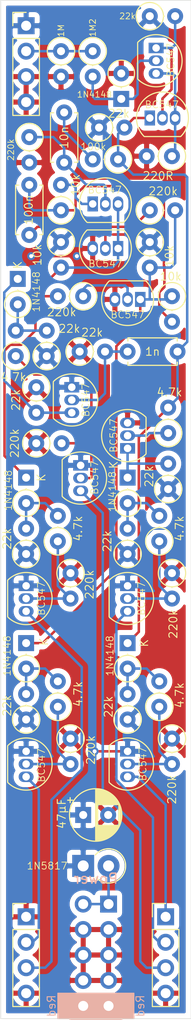
<source format=kicad_pcb>
(kicad_pcb (version 20171130) (host pcbnew "(5.1.10)-1")
  (layers (0 F.Cu signal) (31 B.Cu signal) (34 B.Paste user) (35 F.Paste user) (36 B.SilkS user) (37 F.SilkS user) (38 B.Mask user) (39 F.Mask user) (44 Edge.Cuts user))
  (net 0 "")
  (net 1 +12V)
  (net 2 "Net-(C2-Pad1)")
  (net 3 "Net-(C3-Pad2)")
  (net 4 "Net-(C3-Pad1)")
  (net 5 "Net-(C4-Pad2)")
  (net 6 "Net-(C4-Pad1)")
  (net 7 GND)
  (net 8 "Net-(D1-Pad2)")
  (net 9 Q)
  (net 10 "Net-(D2-Pad2)")
  (net 11 "Net-(D2-Pad1)")
  (net 12 "Net-(D5-Pad2)")
  (net 13 Qquer)
  (net 14 +12VA)
  (net 15 "Net-(D8-Pad2)")
  (net 16 "Net-(D9-Pad2)")
  (net 17 "Net-(D9-Pad1)")
  (net 18 -12VA)
  (net 19 "Net-(Q2-Pad1)")
  (net 20 "Net-(Q3-Pad2)")
  (net 21 "Net-(Q4-Pad2)")
  (net 22 "Net-(Q6-Pad2)")
  (net 23 "Net-(Q7-Pad2)")
  (net 24 "Net-(Q8-Pad2)")
  (net 25 "Net-(Q9-Pad2)")
  (net 26 "Net-(Q10-Pad2)")
  (net 27 "Net-(D12-Pad1)")
  (net 28 "Net-(Q11-Pad1)")
  (net 29 "Net-(Q11-Pad3)")
  (net 30 Ping)
  (net 31 Q_Pin)
  (net 32 Trigger_Pin)
  (net 33 Qq_Pin)
  (net 34 Gate_Pin)
  (net 35 Gateq_Pin)
  (net 36 In_Pin)
  (module Diode_THT:D_DO-35_SOD27_P2.54mm_Vertical_KathodeUp (layer F.Cu) (at 12.065 9.8425 90)
    (fp_text reference D12 hide)
    (fp_text value 1N4148 (at 0.4445 -0.889 180) (layer F.SilkS) (effects (font (size 0.6 0.6) (thickness 0.08)) (justify right)))
    (pad 2 thru_hole oval (at 2.54 0 90) (size 1.6 1.6) (drill 0.8) (layers *.Cu *.Mask) (net 7 GND))
    (pad 1 thru_hole rect (at 0 0 90) (size 1.6 1.6) (drill 0.8) (layers *.Cu *.Mask) (net 27 "Net-(D12-Pad1)"))
  )
  (module Diode_THT:D_DO-35_SOD27_P2.54mm_Vertical_KathodeUp (layer F.Cu) (at 12.7 47.625 270)
    (fp_text reference D9 hide)
    (fp_text value 1N4148 (at 1.397 1.524 90) (layer F.SilkS) (effects (font (size 0.7 0.7) (thickness 0.08))))
    (fp_text user K (at -1.27 1.397 90) (layer F.SilkS) (effects (font (size 0.8 0.8) (thickness 0.1))))
    (pad 2 thru_hole oval (at 2.54 0 270) (size 1.6 1.6) (drill 0.8) (layers *.Cu *.Mask) (net 16 "Net-(D9-Pad2)"))
    (pad 1 thru_hole rect (at 0 0 270) (size 1.6 1.6) (drill 0.8) (layers *.Cu *.Mask) (net 17 "Net-(D9-Pad1)"))
  )
  (module Diode_THT:D_DO-35_SOD27_P2.54mm_Vertical_KathodeUp (layer F.Cu) (at 12.7 64.135 270)
    (fp_text reference D8 hide)
    (fp_text value 1N4148 (at 1.27 1.778 90) (layer F.SilkS) (effects (font (size 0.7 0.7) (thickness 0.08))))
    (fp_text user K (at 0 -1.651 90) (layer F.SilkS) (effects (font (size 0.8 0.8) (thickness 0.1))))
    (pad 2 thru_hole oval (at 2.54 0 270) (size 1.6 1.6) (drill 0.8) (layers *.Cu *.Mask) (net 15 "Net-(D8-Pad2)"))
    (pad 1 thru_hole rect (at 0 0 270) (size 1.6 1.6) (drill 0.8) (layers *.Cu *.Mask) (net 30 Ping))
  )
  (module Diode_THT:D_DO-35_SOD27_P2.54mm_Vertical_KathodeUp (layer F.Cu) (at 2.54 47.625 270)
    (fp_text reference D5 hide)
    (fp_text value 1N4148 (at 1.27 1.778 90) (layer F.SilkS) (effects (font (size 0.7 0.7) (thickness 0.08))))
    (fp_text user K (at 0 -1.524 90) (layer F.SilkS) (effects (font (size 0.8 0.8) (thickness 0.1))))
    (pad 2 thru_hole oval (at 2.54 0 270) (size 1.6 1.6) (drill 0.8) (layers *.Cu *.Mask) (net 12 "Net-(D5-Pad2)"))
    (pad 1 thru_hole rect (at 0 0 270) (size 1.6 1.6) (drill 0.8) (layers *.Cu *.Mask) (net 13 Qquer))
  )
  (module Diode_THT:D_DO-35_SOD27_P2.54mm_Vertical_KathodeUp (layer F.Cu) (at 1.7 27.8 270)
    (fp_text reference D2 hide)
    (fp_text value 1N4148 (at 1.283 -1.856 90) (layer F.SilkS) (effects (font (size 0.7 0.7) (thickness 0.08))))
    (fp_text user K (at -1.384 0 90) (layer F.SilkS) (effects (font (size 0.8 0.8) (thickness 0.1))))
    (pad 2 thru_hole oval (at 2.54 0 270) (size 1.6 1.6) (drill 0.8) (layers *.Cu *.Mask) (net 10 "Net-(D2-Pad2)"))
    (pad 1 thru_hole rect (at 0 0 270) (size 1.6 1.6) (drill 0.8) (layers *.Cu *.Mask) (net 11 "Net-(D2-Pad1)"))
  )
  (module Diode_THT:D_DO-35_SOD27_P2.54mm_Vertical_KathodeUp (layer F.Cu) (at 2.54 64.135 270)
    (fp_text reference D1 hide)
    (fp_text value 1N4148 (at 1.27 1.905 90) (layer F.SilkS) (effects (font (size 0.7 0.7) (thickness 0.08))))
    (fp_text user K (at -0.127 -1.778 90) (layer F.SilkS) (effects (font (size 0.8 0.8) (thickness 0.1))))
    (pad 2 thru_hole oval (at 2.54 0 270) (size 1.6 1.6) (drill 0.8) (layers *.Cu *.Mask) (net 8 "Net-(D1-Pad2)"))
    (pad 1 thru_hole rect (at 0 0 270) (size 1.6 1.6) (drill 0.8) (layers *.Cu *.Mask) (net 9 Q))
  )
  (module Diode_THT:D_DO-41_SOD81_P2.54mm_Vertical_KathodeUp (layer F.Cu) (at 8.255 86.36)
    (fp_text reference D7 hide)
    (fp_text value 1N5817 (at -1.524 0) (layer F.SilkS) (effects (font (size 0.7 0.7) (thickness 0.08)) (justify right)))
    (pad 2 thru_hole oval (at 2.54 0) (size 2.2 2.2) (drill 1.1) (layers *.Cu *.Mask) (net 14 +12VA))
    (pad 1 thru_hole rect (at 0 0) (size 2.2 2.2) (drill 1.1) (layers *.Cu *.Mask) (net 1 +12V))
  )
  (module Resistor_THT:R_Axial_DIN0207_L6.3mm_D2.5mm_P2.54mm_Vertical (layer F.Cu) (at 9.8425 12.7)
    (fp_text reference R43 hide)
    (fp_text value 22k (at 1.9685 -1.397) (layer F.SilkS) (effects (font (size 0.8 0.8) (thickness 0.1))))
    (pad 2 thru_hole oval (at 2.54 0) (size 1.6 1.6) (drill 0.8) (layers *.Cu *.Mask) (net 30 Ping))
    (pad 1 thru_hole circle (at 0 0) (size 1.6 1.6) (drill 0.8) (layers *.Cu *.Mask) (net 1 +12V))
  )
  (module Resistor_THT:R_Axial_DIN0207_L6.3mm_D2.5mm_P2.54mm_Vertical (layer F.Cu) (at 17.145 15.5575 180)
    (fp_text reference R42 hide)
    (fp_text value 220R (at 1.397 -1.9685) (layer F.SilkS) (effects (font (size 0.8 0.8) (thickness 0.1))))
    (pad 2 thru_hole oval (at 2.54 0 180) (size 1.6 1.6) (drill 0.8) (layers *.Cu *.Mask) (net 7 GND))
    (pad 1 thru_hole circle (at 0 0 180) (size 1.6 1.6) (drill 0.8) (layers *.Cu *.Mask) (net 29 "Net-(Q11-Pad3)"))
  )
  (module Resistor_THT:R_Axial_DIN0207_L6.3mm_D2.5mm_P2.54mm_Vertical (layer F.Cu) (at 14.9225 1.5875)
    (fp_text reference R41 hide)
    (fp_text value 22k (at -1.37 0) (layer F.SilkS) (effects (font (size 0.6 0.6) (thickness 0.08)) (justify right)))
    (pad 2 thru_hole oval (at 2.54 0) (size 1.6 1.6) (drill 0.8) (layers *.Cu *.Mask) (net 28 "Net-(Q11-Pad1)"))
    (pad 1 thru_hole circle (at 0 0) (size 1.6 1.6) (drill 0.8) (layers *.Cu *.Mask) (net 1 +12V))
  )
  (module Resistor_THT:R_Axial_DIN0207_L6.3mm_D2.5mm_P2.54mm_Vertical (layer F.Cu) (at 9.2075 5.08 270)
    (fp_text reference R40 hide)
    (fp_text value 1M2 (at -1.37 0 90) (layer F.SilkS) (effects (font (size 0.6 0.6) (thickness 0.08)) (justify left)))
    (pad 2 thru_hole oval (at 2.54 0 270) (size 1.6 1.6) (drill 0.8) (layers *.Cu *.Mask) (net 27 "Net-(D12-Pad1)"))
    (pad 1 thru_hole circle (at 0 0 270) (size 1.6 1.6) (drill 0.8) (layers *.Cu *.Mask) (net 36 In_Pin))
  )
  (module Resistor_THT:R_Axial_DIN0207_L6.3mm_D2.5mm_P2.54mm_Vertical (layer F.Cu) (at 6.0325 5.08 270)
    (fp_text reference R39 hide)
    (fp_text value 1M (at -1.37 0 90) (layer F.SilkS) (effects (font (size 0.6 0.6) (thickness 0.08)) (justify left)))
    (pad 2 thru_hole oval (at 2.54 0 270) (size 1.6 1.6) (drill 0.8) (layers *.Cu *.Mask) (net 7 GND))
    (pad 1 thru_hole circle (at 0 0 270) (size 1.6 1.6) (drill 0.8) (layers *.Cu *.Mask) (net 36 In_Pin))
  )
  (module Resistor_THT:R_Axial_DIN0207_L6.3mm_D2.5mm_P2.54mm_Vertical (layer F.Cu) (at 17.145 57.15 270)
    (fp_text reference R36 hide)
    (fp_text value 220k (at 5.08 -0.127 90) (layer F.SilkS) (effects (font (size 0.8 0.8) (thickness 0.1))))
    (pad 2 thru_hole oval (at 2.54 0 270) (size 1.6 1.6) (drill 0.8) (layers *.Cu *.Mask) (net 26 "Net-(Q10-Pad2)"))
    (pad 1 thru_hole circle (at 0 0 270) (size 1.6 1.6) (drill 0.8) (layers *.Cu *.Mask) (net 7 GND))
  )
  (module Resistor_THT:R_Axial_DIN0207_L6.3mm_D2.5mm_P2.54mm_Vertical (layer F.Cu) (at 15.875 53.975 90)
    (fp_text reference R35 hide)
    (fp_text value 4.7k (at 1.27 2.032 90) (layer F.SilkS) (effects (font (size 0.8 0.8) (thickness 0.1))))
    (pad 2 thru_hole oval (at 2.54 0 90) (size 1.6 1.6) (drill 0.8) (layers *.Cu *.Mask) (net 16 "Net-(D9-Pad2)"))
    (pad 1 thru_hole circle (at 0 0 90) (size 1.6 1.6) (drill 0.8) (layers *.Cu *.Mask) (net 26 "Net-(Q10-Pad2)"))
  )
  (module Resistor_THT:R_Axial_DIN0207_L6.3mm_D2.5mm_P2.54mm_Vertical (layer F.Cu) (at 12.7 55.245 90)
    (fp_text reference R33 hide)
    (fp_text value 22k (at 1.27 -2.032 90) (layer F.SilkS) (effects (font (size 0.8 0.8) (thickness 0.1))))
    (pad 2 thru_hole oval (at 2.54 0 90) (size 1.6 1.6) (drill 0.8) (layers *.Cu *.Mask) (net 16 "Net-(D9-Pad2)"))
    (pad 1 thru_hole circle (at 0 0 90) (size 1.6 1.6) (drill 0.8) (layers *.Cu *.Mask) (net 1 +12V))
  )
  (module Resistor_THT:R_Axial_DIN0207_L6.3mm_D2.5mm_P2.54mm_Vertical (layer F.Cu) (at 16.764 48.768 90)
    (fp_text reference R31 hide)
    (fp_text value 22k (at 1.27 -1.905 90) (layer F.SilkS) (effects (font (size 0.8 0.8) (thickness 0.1))))
    (pad 2 thru_hole oval (at 2.54 0 90) (size 1.6 1.6) (drill 0.8) (layers *.Cu *.Mask) (net 17 "Net-(D9-Pad1)"))
    (pad 1 thru_hole circle (at 0 0 90) (size 1.6 1.6) (drill 0.8) (layers *.Cu *.Mask) (net 1 +12V))
  )
  (module Resistor_THT:R_Axial_DIN0207_L6.3mm_D2.5mm_P2.54mm_Vertical (layer F.Cu) (at 17.145 73.66 270)
    (fp_text reference R30 hide)
    (fp_text value 220k (at 3.556 0 90) (layer F.SilkS) (effects (font (size 0.8 0.8) (thickness 0.1)) (justify right)))
    (pad 2 thru_hole oval (at 2.54 0 270) (size 1.6 1.6) (drill 0.8) (layers *.Cu *.Mask) (net 25 "Net-(Q9-Pad2)"))
    (pad 1 thru_hole circle (at 0 0 270) (size 1.6 1.6) (drill 0.8) (layers *.Cu *.Mask) (net 7 GND))
  )
  (module Resistor_THT:R_Axial_DIN0207_L6.3mm_D2.5mm_P2.54mm_Vertical (layer F.Cu) (at 15.875 70.485 90)
    (fp_text reference R29 hide)
    (fp_text value 4.7k (at 1.143 2.032 90) (layer F.SilkS) (effects (font (size 0.8 0.8) (thickness 0.1))))
    (pad 2 thru_hole oval (at 2.54 0 90) (size 1.6 1.6) (drill 0.8) (layers *.Cu *.Mask) (net 15 "Net-(D8-Pad2)"))
    (pad 1 thru_hole circle (at 0 0 90) (size 1.6 1.6) (drill 0.8) (layers *.Cu *.Mask) (net 25 "Net-(Q9-Pad2)"))
  )
  (module Resistor_THT:R_Axial_DIN0207_L6.3mm_D2.5mm_P2.54mm_Vertical (layer F.Cu) (at 16.764 43.18 90)
    (fp_text reference R28 hide)
    (fp_text value 4.7k (at 4.064 0.127 180) (layer F.SilkS) (effects (font (size 0.8 0.8) (thickness 0.1))))
    (pad 2 thru_hole oval (at 2.54 0 90) (size 1.6 1.6) (drill 0.8) (layers *.Cu *.Mask) (net 30 Ping))
    (pad 1 thru_hole circle (at 0 0 90) (size 1.6 1.6) (drill 0.8) (layers *.Cu *.Mask) (net 24 "Net-(Q8-Pad2)"))
  )
  (module Resistor_THT:R_Axial_DIN0207_L6.3mm_D2.5mm_P2.54mm_Vertical (layer F.Cu) (at 12.7 71.755 90)
    (fp_text reference R27 hide)
    (fp_text value 22k (at 1.27 -1.905 90) (layer F.SilkS) (effects (font (size 0.8 0.8) (thickness 0.1))))
    (pad 2 thru_hole oval (at 2.54 0 90) (size 1.6 1.6) (drill 0.8) (layers *.Cu *.Mask) (net 15 "Net-(D8-Pad2)"))
    (pad 1 thru_hole circle (at 0 0 90) (size 1.6 1.6) (drill 0.8) (layers *.Cu *.Mask) (net 1 +12V))
  )
  (module Resistor_THT:R_Axial_DIN0207_L6.3mm_D2.5mm_P2.54mm_Vertical (layer F.Cu) (at 17.145 29.5275 270)
    (fp_text reference R25 hide)
    (fp_text value 10k (at -1.9685 0.127 180) (layer F.SilkS) (effects (font (size 0.8 0.8) (thickness 0.1))))
    (pad 2 thru_hole oval (at 2.54 0 270) (size 1.6 1.6) (drill 0.8) (layers *.Cu *.Mask) (net 6 "Net-(C4-Pad1)"))
    (pad 1 thru_hole circle (at 0 0 270) (size 1.6 1.6) (drill 0.8) (layers *.Cu *.Mask) (net 9 Q))
  )
  (module Resistor_THT:R_Axial_DIN0207_L6.3mm_D2.5mm_P2.54mm_Vertical (layer F.Cu) (at 14.9225 24.13 270)
    (fp_text reference R23 hide)
    (fp_text value 10k (at 1.397 -1.9685 90) (layer F.SilkS) (effects (font (size 0.8 0.8) (thickness 0.1))))
    (pad 2 thru_hole oval (at 2.54 0 270) (size 1.6 1.6) (drill 0.8) (layers *.Cu *.Mask) (net 9 Q))
    (pad 1 thru_hole circle (at 0 0 270) (size 1.6 1.6) (drill 0.8) (layers *.Cu *.Mask) (net 1 +12V))
  )
  (module Resistor_THT:R_Axial_DIN0207_L6.3mm_D2.5mm_P2.54mm_Vertical (layer F.Cu) (at 6.985 57.15 270)
    (fp_text reference R22 hide)
    (fp_text value 220k (at 1.143 -1.905 90) (layer F.SilkS) (effects (font (size 0.8 0.8) (thickness 0.1))))
    (pad 2 thru_hole oval (at 2.54 0 270) (size 1.6 1.6) (drill 0.8) (layers *.Cu *.Mask) (net 23 "Net-(Q7-Pad2)"))
    (pad 1 thru_hole circle (at 0 0 270) (size 1.6 1.6) (drill 0.8) (layers *.Cu *.Mask) (net 7 GND))
  )
  (module Resistor_THT:R_Axial_DIN0207_L6.3mm_D2.5mm_P2.54mm_Vertical (layer F.Cu) (at 5.715 53.975 90)
    (fp_text reference R21 hide)
    (fp_text value 4.7k (at 1.27 2.032 90) (layer F.SilkS) (effects (font (size 0.8 0.8) (thickness 0.1))))
    (pad 2 thru_hole oval (at 2.54 0 90) (size 1.6 1.6) (drill 0.8) (layers *.Cu *.Mask) (net 12 "Net-(D5-Pad2)"))
    (pad 1 thru_hole circle (at 0 0 90) (size 1.6 1.6) (drill 0.8) (layers *.Cu *.Mask) (net 23 "Net-(Q7-Pad2)"))
  )
  (module Resistor_THT:R_Axial_DIN0207_L6.3mm_D2.5mm_P2.54mm_Vertical (layer F.Cu) (at 14.9225 20.955)
    (fp_text reference R20 hide)
    (fp_text value 220k (at 1.3335 -1.905) (layer F.SilkS) (effects (font (size 0.8 0.8) (thickness 0.1))))
    (pad 2 thru_hole oval (at 2.54 0) (size 1.6 1.6) (drill 0.8) (layers *.Cu *.Mask) (net 9 Q))
    (pad 1 thru_hole circle (at 0 0) (size 1.6 1.6) (drill 0.8) (layers *.Cu *.Mask) (net 5 "Net-(C4-Pad2)"))
  )
  (module Resistor_THT:R_Axial_DIN0207_L6.3mm_D2.5mm_P2.54mm_Vertical (layer F.Cu) (at 2.54 55.245 90)
    (fp_text reference R19 hide)
    (fp_text value 22k (at 1.524 -1.905 90) (layer F.SilkS) (effects (font (size 0.8 0.8) (thickness 0.1))))
    (pad 2 thru_hole oval (at 2.54 0 90) (size 1.6 1.6) (drill 0.8) (layers *.Cu *.Mask) (net 12 "Net-(D5-Pad2)"))
    (pad 1 thru_hole circle (at 0 0 90) (size 1.6 1.6) (drill 0.8) (layers *.Cu *.Mask) (net 1 +12V))
  )
  (module Resistor_THT:R_Axial_DIN0207_L6.3mm_D2.5mm_P2.54mm_Vertical (layer F.Cu) (at 6.0325 20.955 90)
    (fp_text reference R18 hide)
    (fp_text value 10k (at 2.54 1.4605 90) (layer F.SilkS) (effects (font (size 0.8 0.8) (thickness 0.1))))
    (pad 2 thru_hole oval (at 2.54 0 90) (size 1.6 1.6) (drill 0.8) (layers *.Cu *.Mask) (net 19 "Net-(Q2-Pad1)"))
    (pad 1 thru_hole circle (at 0 0 90) (size 1.6 1.6) (drill 0.8) (layers *.Cu *.Mask) (net 6 "Net-(C4-Pad1)"))
  )
  (module Resistor_THT:R_Axial_DIN0207_L6.3mm_D2.5mm_P2.54mm_Vertical (layer F.Cu) (at 8.255 29.5275 180)
    (fp_text reference R17 hide)
    (fp_text value 220k (at 2.159 -1.5875) (layer F.SilkS) (effects (font (size 0.8 0.8) (thickness 0.1))))
    (pad 2 thru_hole oval (at 2.54 0 180) (size 1.6 1.6) (drill 0.8) (layers *.Cu *.Mask) (net 13 Qquer))
    (pad 1 thru_hole circle (at 0 0 180) (size 1.6 1.6) (drill 0.8) (layers *.Cu *.Mask) (net 22 "Net-(Q6-Pad2)"))
  )
  (module Resistor_THT:R_Axial_DIN0207_L6.3mm_D2.5mm_P2.54mm_Vertical (layer F.Cu) (at 6.0325 24.13 270)
    (fp_text reference R16 hide)
    (fp_text value 10k (at 1.27 2.37 90) (layer F.SilkS) (effects (font (size 0.8 0.8) (thickness 0.1))))
    (pad 2 thru_hole oval (at 2.54 0 270) (size 1.6 1.6) (drill 0.8) (layers *.Cu *.Mask) (net 13 Qquer))
    (pad 1 thru_hole circle (at 0 0 270) (size 1.6 1.6) (drill 0.8) (layers *.Cu *.Mask) (net 1 +12V))
  )
  (module Resistor_THT:R_Axial_DIN0207_L6.3mm_D2.5mm_P2.54mm_Vertical (layer F.Cu) (at 3.556 44.196)
    (fp_text reference R11 hide)
    (fp_text value 220k (at -2.159 0 90) (layer F.SilkS) (effects (font (size 0.8 0.8) (thickness 0.1))))
    (pad 2 thru_hole oval (at 2.54 0) (size 1.6 1.6) (drill 0.8) (layers *.Cu *.Mask) (net 21 "Net-(Q4-Pad2)"))
    (pad 1 thru_hole circle (at 0 0) (size 1.6 1.6) (drill 0.8) (layers *.Cu *.Mask) (net 7 GND))
  )
  (module Resistor_THT:R_Axial_DIN0207_L6.3mm_D2.5mm_P2.54mm_Vertical (layer F.Cu) (at 1.5 35.5 90)
    (fp_text reference R10 hide)
    (fp_text value 4.7k (at -2.092 -0.23 180) (layer F.SilkS) (effects (font (size 0.8 0.8) (thickness 0.1))))
    (pad 2 thru_hole oval (at 2.54 0 90) (size 1.6 1.6) (drill 0.8) (layers *.Cu *.Mask) (net 10 "Net-(D2-Pad2)"))
    (pad 1 thru_hole circle (at 0 0 90) (size 1.6 1.6) (drill 0.8) (layers *.Cu *.Mask) (net 21 "Net-(Q4-Pad2)"))
  )
  (module Resistor_THT:R_Axial_DIN0207_L6.3mm_D2.5mm_P2.54mm_Vertical (layer F.Cu) (at 6.985 73.66 270)
    (fp_text reference R9 hide)
    (fp_text value 220k (at 1.143 -2.032 90) (layer F.SilkS) (effects (font (size 0.8 0.8) (thickness 0.1))))
    (pad 2 thru_hole oval (at 2.54 0 270) (size 1.6 1.6) (drill 0.8) (layers *.Cu *.Mask) (net 20 "Net-(Q3-Pad2)"))
    (pad 1 thru_hole circle (at 0 0 270) (size 1.6 1.6) (drill 0.8) (layers *.Cu *.Mask) (net 7 GND))
  )
  (module Resistor_THT:R_Axial_DIN0207_L6.3mm_D2.5mm_P2.54mm_Vertical (layer F.Cu) (at 2.8575 13.6525 270)
    (fp_text reference R8 hide)
    (fp_text value 220k (at 1.27 1.8415 90) (layer F.SilkS) (effects (font (size 0.6 0.6) (thickness 0.08))))
    (pad 2 thru_hole oval (at 2.54 0 270) (size 1.6 1.6) (drill 0.8) (layers *.Cu *.Mask) (net 7 GND))
    (pad 1 thru_hole circle (at 0 0 270) (size 1.6 1.6) (drill 0.8) (layers *.Cu *.Mask) (net 4 "Net-(C3-Pad1)"))
  )
  (module Resistor_THT:R_Axial_DIN0207_L6.3mm_D2.5mm_P2.54mm_Vertical (layer F.Cu) (at 4.6 35.5 90)
    (fp_text reference R7 hide)
    (fp_text value 22k (at 2.734 1.115 180) (layer F.SilkS) (effects (font (size 0.8 0.8) (thickness 0.1)) (justify left)))
    (pad 2 thru_hole oval (at 2.54 0 90) (size 1.6 1.6) (drill 0.8) (layers *.Cu *.Mask) (net 10 "Net-(D2-Pad2)"))
    (pad 1 thru_hole circle (at 0 0 90) (size 1.6 1.6) (drill 0.8) (layers *.Cu *.Mask) (net 1 +12V))
  )
  (module Resistor_THT:R_Axial_DIN0207_L6.3mm_D2.5mm_P2.54mm_Vertical (layer F.Cu) (at 5.715 70.485 90)
    (fp_text reference R6 hide)
    (fp_text value 4.7k (at 1.27 2.032 90) (layer F.SilkS) (effects (font (size 0.8 0.8) (thickness 0.1))))
    (pad 2 thru_hole oval (at 2.54 0 90) (size 1.6 1.6) (drill 0.8) (layers *.Cu *.Mask) (net 8 "Net-(D1-Pad2)"))
    (pad 1 thru_hole circle (at 0 0 90) (size 1.6 1.6) (drill 0.8) (layers *.Cu *.Mask) (net 20 "Net-(Q3-Pad2)"))
  )
  (module Resistor_THT:R_Axial_DIN0207_L6.3mm_D2.5mm_P2.54mm_Vertical (layer F.Cu) (at 2.54 71.755 90)
    (fp_text reference R5 hide)
    (fp_text value 22k (at 1.397 -1.905 90) (layer F.SilkS) (effects (font (size 0.8 0.8) (thickness 0.1))))
    (pad 2 thru_hole oval (at 2.54 0 90) (size 1.6 1.6) (drill 0.8) (layers *.Cu *.Mask) (net 8 "Net-(D1-Pad2)"))
    (pad 1 thru_hole circle (at 0 0 90) (size 1.6 1.6) (drill 0.8) (layers *.Cu *.Mask) (net 1 +12V))
  )
  (module Resistor_THT:R_Axial_DIN0207_L6.3mm_D2.5mm_P2.54mm_Vertical (layer F.Cu) (at 3.556 38.608 270)
    (fp_text reference R4 hide)
    (fp_text value 22k (at 1.27 2.032 90) (layer F.SilkS) (effects (font (size 0.8 0.8) (thickness 0.1))))
    (pad 2 thru_hole oval (at 2.54 0 270) (size 1.6 1.6) (drill 0.8) (layers *.Cu *.Mask) (net 11 "Net-(D2-Pad1)"))
    (pad 1 thru_hole circle (at 0 0 270) (size 1.6 1.6) (drill 0.8) (layers *.Cu *.Mask) (net 7 GND))
  )
  (module Resistor_THT:R_Axial_DIN0207_L6.3mm_D2.5mm_P2.54mm_Vertical (layer F.Cu) (at 11.7475 15.875 180)
    (fp_text reference R3 hide)
    (fp_text value 100k (at 2.4765 1.27) (layer F.SilkS) (effects (font (size 0.7 0.7) (thickness 0.08))))
    (pad 2 thru_hole oval (at 2.54 0 180) (size 1.6 1.6) (drill 0.8) (layers *.Cu *.Mask) (net 3 "Net-(C3-Pad2)"))
    (pad 1 thru_hole circle (at 0 0 180) (size 1.6 1.6) (drill 0.8) (layers *.Cu *.Mask) (net 30 Ping))
  )
  (module Resistor_THT:R_Axial_DIN0207_L6.3mm_D2.5mm_P2.54mm_Vertical (layer F.Cu) (at 7.9 35.052)
    (fp_text reference R2 hide)
    (fp_text value 22k (at 1.244 -1.905) (layer F.SilkS) (effects (font (size 0.8 0.8) (thickness 0.1))))
    (pad 2 thru_hole oval (at 2.54 0) (size 1.6 1.6) (drill 0.8) (layers *.Cu *.Mask) (net 2 "Net-(C2-Pad1)"))
    (pad 1 thru_hole circle (at 0 0) (size 1.6 1.6) (drill 0.8) (layers *.Cu *.Mask) (net 7 GND))
  )
  (module Connector_PinHeader_2.54mm:PinHeader_1x04_P2.54mm_Vertical (layer F.Cu) (at 16.51 91.44)
    (fp_text reference J10 hide)
    (fp_text value Gate hide)
    (pad 4 thru_hole oval (at 0 7.62) (size 1.7 1.7) (drill 1) (layers *.Cu *.Mask) (net 7 GND))
    (pad 3 thru_hole oval (at 0 5.08) (size 1.7 1.7) (drill 1) (layers *.Cu *.Mask) (net 32 Trigger_Pin))
    (pad 2 thru_hole oval (at 0 2.54) (size 1.7 1.7) (drill 1) (layers *.Cu *.Mask) (net 35 Gateq_Pin))
    (pad 1 thru_hole rect (at 0 0) (size 1.7 1.7) (drill 1) (layers *.Cu *.Mask) (net 34 Gate_Pin))
  )
  (module Connector_PinHeader_2.54mm:PinHeader_1x04_P2.54mm_Vertical (layer F.Cu) (at 2.54 91.44)
    (fp_text reference J9 hide)
    (fp_text value Q_Qq hide)
    (pad 4 thru_hole oval (at 0 7.62) (size 1.7 1.7) (drill 1) (layers *.Cu *.Mask) (net 7 GND))
    (pad 3 thru_hole oval (at 0 5.08) (size 1.7 1.7) (drill 1) (layers *.Cu *.Mask) (net 33 Qq_Pin))
    (pad 2 thru_hole oval (at 0 2.54) (size 1.7 1.7) (drill 1) (layers *.Cu *.Mask) (net 31 Q_Pin))
    (pad 1 thru_hole rect (at 0 0) (size 1.7 1.7) (drill 1) (layers *.Cu *.Mask) (net 7 GND))
  )
  (module Connector_PinHeader_2.54mm:PinHeader_1x04_P2.54mm_Vertical (layer F.Cu) (at 2.54 2.54)
    (fp_text reference J8 hide)
    (fp_text value In hide)
    (pad 4 thru_hole oval (at 0 7.62) (size 1.7 1.7) (drill 1) (layers *.Cu *.Mask) (net 7 GND))
    (pad 3 thru_hole oval (at 0 5.08) (size 1.7 1.7) (drill 1) (layers *.Cu *.Mask) (net 7 GND))
    (pad 2 thru_hole oval (at 0 2.54) (size 1.7 1.7) (drill 1) (layers *.Cu *.Mask) (net 36 In_Pin))
    (pad 1 thru_hole rect (at 0 0) (size 1.7 1.7) (drill 1) (layers *.Cu *.Mask) (net 1 +12V))
  )
  (module Package_TO_SOT_THT:TO-92_Inline (layer F.Cu) (at 14.9225 11.7475)
    (fp_text reference Q12 hide)
    (fp_text value BC547 (at 1.2065 -1.3335) (layer F.SilkS) (effects (font (size 0.7 0.7) (thickness 0.08))))
    (pad 1 thru_hole rect (at 0 0) (size 1.05 1.5) (drill 0.75) (layers *.Cu *.Mask) (net 30 Ping))
    (pad 3 thru_hole oval (at 2.54 0) (size 1.05 1.5) (drill 0.75) (layers *.Cu *.Mask) (net 29 "Net-(Q11-Pad3)"))
    (pad 2 thru_hole oval (at 1.27 0) (size 1.05 1.5) (drill 0.75) (layers *.Cu *.Mask) (net 28 "Net-(Q11-Pad1)"))
  )
  (module Package_TO_SOT_THT:TO-92_Inline (layer F.Cu) (at 15.5575 4.7625 270)
    (fp_text reference Q11 hide)
    (fp_text value BC547 (at 1.2065 -1.4605 270) (layer F.SilkS) (effects (font (size 0.7 0.7) (thickness 0.08))))
    (pad 1 thru_hole rect (at 0 0 270) (size 1.05 1.5) (drill 0.75) (layers *.Cu *.Mask) (net 28 "Net-(Q11-Pad1)"))
    (pad 3 thru_hole oval (at 2.54 0 270) (size 1.05 1.5) (drill 0.75) (layers *.Cu *.Mask) (net 29 "Net-(Q11-Pad3)"))
    (pad 2 thru_hole oval (at 1.27 0 270) (size 1.05 1.5) (drill 0.75) (layers *.Cu *.Mask) (net 27 "Net-(D12-Pad1)"))
  )
  (module Package_TO_SOT_THT:TO-92_Inline (layer F.Cu) (at 12.7 58.42 270)
    (fp_text reference Q10 hide)
    (fp_text value BC547 (at 1.27 -1.397 90) (layer F.SilkS) (effects (font (size 0.7 0.7) (thickness 0.08))))
    (pad 1 thru_hole rect (at 0 0 270) (size 1.05 1.5) (drill 0.75) (layers *.Cu *.Mask) (net 1 +12V))
    (pad 3 thru_hole oval (at 2.54 0 270) (size 1.05 1.5) (drill 0.75) (layers *.Cu *.Mask) (net 35 Gateq_Pin))
    (pad 2 thru_hole oval (at 1.27 0 270) (size 1.05 1.5) (drill 0.75) (layers *.Cu *.Mask) (net 26 "Net-(Q10-Pad2)"))
  )
  (module Package_TO_SOT_THT:TO-92_Inline (layer F.Cu) (at 12.7 74.93 270)
    (fp_text reference Q9 hide)
    (fp_text value BC547 (at 1.27 -1.524 90) (layer F.SilkS) (effects (font (size 0.7 0.7) (thickness 0.08))))
    (pad 1 thru_hole rect (at 0 0 270) (size 1.05 1.5) (drill 0.75) (layers *.Cu *.Mask) (net 1 +12V))
    (pad 3 thru_hole oval (at 2.54 0 270) (size 1.05 1.5) (drill 0.75) (layers *.Cu *.Mask) (net 34 Gate_Pin))
    (pad 2 thru_hole oval (at 1.27 0 270) (size 1.05 1.5) (drill 0.75) (layers *.Cu *.Mask) (net 25 "Net-(Q9-Pad2)"))
  )
  (module Package_TO_SOT_THT:TO-92_Inline (layer F.Cu) (at 12.7 44.704 90)
    (fp_text reference Q8 hide)
    (fp_text value BC547 (at 1.27 -1.397 270) (layer F.SilkS) (effects (font (size 0.7 0.7) (thickness 0.08))))
    (pad 1 thru_hole rect (at 0 0 90) (size 1.05 1.5) (drill 0.75) (layers *.Cu *.Mask) (net 17 "Net-(D9-Pad1)"))
    (pad 3 thru_hole oval (at 2.54 0 90) (size 1.05 1.5) (drill 0.75) (layers *.Cu *.Mask) (net 7 GND))
    (pad 2 thru_hole oval (at 1.27 0 90) (size 1.05 1.5) (drill 0.75) (layers *.Cu *.Mask) (net 24 "Net-(Q8-Pad2)"))
  )
  (module Package_TO_SOT_THT:TO-92_Inline (layer F.Cu) (at 2.54 58.42 270)
    (fp_text reference Q7 hide)
    (fp_text value BC547 (at 1.27 -1.524 90) (layer F.SilkS) (effects (font (size 0.7 0.7) (thickness 0.08))))
    (pad 1 thru_hole rect (at 0 0 270) (size 1.05 1.5) (drill 0.75) (layers *.Cu *.Mask) (net 1 +12V))
    (pad 3 thru_hole oval (at 2.54 0 270) (size 1.05 1.5) (drill 0.75) (layers *.Cu *.Mask) (net 33 Qq_Pin))
    (pad 2 thru_hole oval (at 1.27 0 270) (size 1.05 1.5) (drill 0.75) (layers *.Cu *.Mask) (net 23 "Net-(Q7-Pad2)"))
  )
  (module Package_TO_SOT_THT:TO-92_Inline (layer F.Cu) (at 13.97 29.845 180)
    (fp_text reference Q6 hide)
    (fp_text value BC547 (at 1.27 -1.524) (layer F.SilkS) (effects (font (size 0.7 0.7) (thickness 0.08))))
    (pad 1 thru_hole rect (at 0 0 180) (size 1.05 1.5) (drill 0.75) (layers *.Cu *.Mask) (net 9 Q))
    (pad 3 thru_hole oval (at 2.54 0 180) (size 1.05 1.5) (drill 0.75) (layers *.Cu *.Mask) (net 7 GND))
    (pad 2 thru_hole oval (at 1.27 0 180) (size 1.05 1.5) (drill 0.75) (layers *.Cu *.Mask) (net 22 "Net-(Q6-Pad2)"))
  )
  (module Package_TO_SOT_THT:TO-92_Inline (layer F.Cu) (at 11.7475 24.765 180)
    (fp_text reference Q5 hide)
    (fp_text value BC547 (at 1.27 -1.524) (layer F.SilkS) (effects (font (size 0.7 0.7) (thickness 0.08))))
    (pad 1 thru_hole rect (at 0 0 180) (size 1.05 1.5) (drill 0.75) (layers *.Cu *.Mask) (net 13 Qquer))
    (pad 3 thru_hole oval (at 2.54 0 180) (size 1.05 1.5) (drill 0.75) (layers *.Cu *.Mask) (net 7 GND))
    (pad 2 thru_hole oval (at 1.27 0 180) (size 1.05 1.5) (drill 0.75) (layers *.Cu *.Mask) (net 5 "Net-(C4-Pad2)"))
  )
  (module Package_TO_SOT_THT:TO-92_Inline (layer F.Cu) (at 8 46.4 270)
    (fp_text reference Q4 hide)
    (fp_text value BC547 (at 1.225 -1.398 90) (layer F.SilkS) (effects (font (size 0.7 0.7) (thickness 0.08))))
    (pad 1 thru_hole rect (at 0 0 270) (size 1.05 1.5) (drill 0.75) (layers *.Cu *.Mask) (net 1 +12V))
    (pad 3 thru_hole oval (at 2.54 0 270) (size 1.05 1.5) (drill 0.75) (layers *.Cu *.Mask) (net 32 Trigger_Pin))
    (pad 2 thru_hole oval (at 1.27 0 270) (size 1.05 1.5) (drill 0.75) (layers *.Cu *.Mask) (net 21 "Net-(Q4-Pad2)"))
  )
  (module Package_TO_SOT_THT:TO-92_Inline (layer F.Cu) (at 2.54 74.93 270)
    (fp_text reference Q3 hide)
    (fp_text value BC547 (at 1.397 -1.524 90) (layer F.SilkS) (effects (font (size 0.7 0.7) (thickness 0.08))))
    (pad 1 thru_hole rect (at 0 0 270) (size 1.05 1.5) (drill 0.75) (layers *.Cu *.Mask) (net 1 +12V))
    (pad 3 thru_hole oval (at 2.54 0 270) (size 1.05 1.5) (drill 0.75) (layers *.Cu *.Mask) (net 31 Q_Pin))
    (pad 2 thru_hole oval (at 1.27 0 270) (size 1.05 1.5) (drill 0.75) (layers *.Cu *.Mask) (net 20 "Net-(Q3-Pad2)"))
  )
  (module Package_TO_SOT_THT:TO-92_Inline (layer F.Cu) (at 9.2075 20.32)
    (fp_text reference Q2 hide)
    (fp_text value BC547 (at 1.2065 -1.397) (layer F.SilkS) (effects (font (size 0.7 0.7) (thickness 0.08))))
    (pad 1 thru_hole rect (at 0 0) (size 1.05 1.5) (drill 0.75) (layers *.Cu *.Mask) (net 19 "Net-(Q2-Pad1)"))
    (pad 3 thru_hole oval (at 2.54 0) (size 1.05 1.5) (drill 0.75) (layers *.Cu *.Mask) (net 13 Qquer))
    (pad 2 thru_hole oval (at 1.27 0) (size 1.05 1.5) (drill 0.75) (layers *.Cu *.Mask) (net 4 "Net-(C3-Pad1)"))
  )
  (module Package_TO_SOT_THT:TO-92_Inline (layer F.Cu) (at 7.112 38.608 270)
    (fp_text reference Q1 hide)
    (fp_text value BC547 (at 1.27 -1.397 270) (layer F.SilkS) (effects (font (size 0.7 0.7) (thickness 0.08))))
    (pad 1 thru_hole rect (at 0 0 270) (size 1.05 1.5) (drill 0.75) (layers *.Cu *.Mask) (net 1 +12V))
    (pad 3 thru_hole oval (at 2.54 0 270) (size 1.05 1.5) (drill 0.75) (layers *.Cu *.Mask) (net 11 "Net-(D2-Pad1)"))
    (pad 2 thru_hole oval (at 1.27 0 270) (size 1.05 1.5) (drill 0.75) (layers *.Cu *.Mask) (net 2 "Net-(C2-Pad1)"))
  )
  (module Eurorack_Synth:Power_2x5_Vertical (layer B.Cu) (at 10.795 90.17 180)
    (fp_text reference J3 hide)
    (fp_text value Power (at 1.27 2.54) (layer B.SilkS) (effects (justify mirror)))
    (fp_text user Red (at -3.175 -10.16 270) (layer B.SilkS) (effects (font (size 0.8 0.8) (thickness 0.1)) (justify mirror)))
    (fp_text user Red (at 5.715 -10.16 270) (layer B.SilkS) (effects (font (size 0.8 0.8) (thickness 0.1)) (justify mirror)))
    (pad -12V thru_hole oval (at 2.54 -10.16 180) (size 1.7 1.7) (drill 1) (layers *.Cu *.Mask) (net 18 -12VA))
    (pad -12V thru_hole oval (at 0 -10.16 180) (size 1.7 1.7) (drill 1) (layers *.Cu *.Mask) (net 18 -12VA))
    (pad GND thru_hole oval (at 2.54 -7.62 180) (size 1.7 1.7) (drill 1) (layers *.Cu *.Mask) (net 7 GND))
    (pad GND thru_hole oval (at 0 -7.62 180) (size 1.7 1.7) (drill 1) (layers *.Cu *.Mask) (net 7 GND))
    (pad GND thru_hole oval (at 2.54 -5.08 180) (size 1.7 1.7) (drill 1) (layers *.Cu *.Mask) (net 7 GND))
    (pad GND thru_hole oval (at 0 -5.08 180) (size 1.7 1.7) (drill 1) (layers *.Cu *.Mask) (net 7 GND))
    (pad GND thru_hole oval (at 2.54 -2.54 180) (size 1.7 1.7) (drill 1) (layers *.Cu *.Mask) (net 7 GND))
    (pad GND thru_hole oval (at 0 -2.54 180) (size 1.7 1.7) (drill 1) (layers *.Cu *.Mask) (net 7 GND))
    (pad +12V thru_hole oval (at 2.54 0 180) (size 1.7 1.7) (drill 1) (layers *.Cu *.Mask) (net 14 +12VA))
    (pad +12V thru_hole rect (at 0 0 180) (size 1.7 1.7) (drill 1) (layers *.Cu *.Mask) (net 14 +12VA))
  )
  (module Capacitor_THT:CP_Radial_D5.0mm_P2.50mm (layer F.Cu) (at 8.255 81.28)
    (fp_text reference C5 hide)
    (fp_text value 47µF (at -2.159 -0.127 90) (layer F.SilkS) (effects (font (size 0.8 0.8) (thickness 0.1))))
    (pad 2 thru_hole circle (at 2.5 0) (size 1.6 1.6) (drill 0.8) (layers *.Cu *.Mask) (net 7 GND))
    (pad 1 thru_hole rect (at 0 0) (size 1.6 1.6) (drill 0.8) (layers *.Cu *.Mask) (net 1 +12V))
  )
  (module Capacitor_THT:C_Disc_D4.7mm_W2.5mm_P5.00mm (layer F.Cu) (at 2.8575 18.415 270)
    (fp_text reference C4 hide)
    (fp_text value 100n (at 2.5 0.0635 90) (layer F.SilkS) (effects (font (size 0.8 0.8) (thickness 0.1))))
    (pad 2 thru_hole circle (at 5 0 270) (size 1.6 1.6) (drill 0.8) (layers *.Cu *.Mask) (net 5 "Net-(C4-Pad2)"))
    (pad 1 thru_hole circle (at 0 0 270) (size 1.6 1.6) (drill 0.8) (layers *.Cu *.Mask) (net 6 "Net-(C4-Pad1)"))
  )
  (module Capacitor_THT:C_Disc_D4.7mm_W2.5mm_P5.00mm (layer F.Cu) (at 6.35 16.1925 90)
    (fp_text reference C3 hide)
    (fp_text value 10n (at 2.5 0 90) (layer F.SilkS) (effects (font (size 0.8 0.8) (thickness 0.1))))
    (pad 2 thru_hole circle (at 5 0 90) (size 1.6 1.6) (drill 0.8) (layers *.Cu *.Mask) (net 3 "Net-(C3-Pad2)"))
    (pad 1 thru_hole circle (at 0 0 90) (size 1.6 1.6) (drill 0.8) (layers *.Cu *.Mask) (net 4 "Net-(C3-Pad1)"))
  )
  (module Capacitor_THT:C_Disc_D4.7mm_W2.5mm_P5.00mm (layer F.Cu) (at 12.7 35.052)
    (fp_text reference C2 hide)
    (fp_text value 1n (at 2.5 0) (layer F.SilkS) (effects (font (size 0.8 0.8) (thickness 0.1))))
    (pad 2 thru_hole circle (at 5 0) (size 1.6 1.6) (drill 0.8) (layers *.Cu *.Mask) (net 30 Ping))
    (pad 1 thru_hole circle (at 0 0) (size 1.6 1.6) (drill 0.8) (layers *.Cu *.Mask) (net 2 "Net-(C2-Pad1)"))
  )
  (gr_line (start 0 101.6) (end 0 0) (layer Edge.Cuts) (width 0.05))
  (gr_line (start 19.05 101.6) (end 0 101.6) (layer Edge.Cuts) (width 0.05))
  (gr_line (start 19.05 0) (end 19.05 101.6) (layer Edge.Cuts) (width 0.05))
  (gr_line (start 0 0) (end 19.05 0) (layer Edge.Cuts) (width 0.05))
  (segment (start 10.332501 13.190001) (end 10.332501 16.809501) (width 0.25) (layer B.Cu) (net 1))
  (segment (start 9.8425 12.7) (end 10.332501 13.190001) (width 0.25) (layer B.Cu) (net 1))
  (segment (start 10.332501 16.809501) (end 10.795 17.272) (width 0.25) (layer B.Cu) (net 1))
  (segment (start 12.7 55.245) (end 15.24 52.705) (width 0.25) (layer B.Cu) (net 1))
  (segment (start 15.24 52.705) (end 17.272 52.705) (width 0.25) (layer B.Cu) (net 1))
  (segment (start 12.7 74.93) (end 9.398 74.93) (width 0.25) (layer F.Cu) (net 1))
  (segment (start 9.398 74.93) (end 9.398 74.93) (width 0.25) (layer F.Cu) (net 1))
  (via (at 9.398 74.93) (size 0.8) (drill 0.4) (layers F.Cu B.Cu) (net 1))
  (segment (start 12.7 35.052) (end 10.44 35.052) (width 0.25) (layer B.Cu) (net 2))
  (segment (start 7.112 39.878) (end 9.779 39.878) (width 0.25) (layer B.Cu) (net 2))
  (segment (start 10.44 39.217) (end 10.44 35.052) (width 0.25) (layer B.Cu) (net 2))
  (segment (start 9.779 39.878) (end 10.44 39.217) (width 0.25) (layer B.Cu) (net 2))
  (segment (start 6.35 13.0175) (end 6.61625 13.28375) (width 0.25) (layer B.Cu) (net 3))
  (segment (start 6.35 11.1925) (end 6.35 13.0175) (width 0.25) (layer B.Cu) (net 3))
  (segment (start 6.61625 13.28375) (end 6.5 13.1675) (width 0.25) (layer B.Cu) (net 3))
  (segment (start 9.2075 15.875) (end 6.61625 13.28375) (width 0.25) (layer B.Cu) (net 3))
  (segment (start 2.8575 13.6525) (end 5.2525 13.6525) (width 0.25) (layer B.Cu) (net 4))
  (segment (start 6.35 14.75) (end 6.35 16.1925) (width 0.25) (layer B.Cu) (net 4))
  (segment (start 5.2525 13.6525) (end 6.35 14.75) (width 0.25) (layer B.Cu) (net 4))
  (segment (start 10.3 18.4) (end 10.4775 18.5775) (width 0.25) (layer B.Cu) (net 4))
  (segment (start 8.5575 18.4) (end 10.3 18.4) (width 0.25) (layer B.Cu) (net 4))
  (segment (start 10.4775 18.5775) (end 10.4775 20.32) (width 0.25) (layer B.Cu) (net 4))
  (segment (start 6.35 16.1925) (end 8.5575 18.4) (width 0.25) (layer B.Cu) (net 4))
  (segment (start 13.2715 22.606) (end 14.9225 20.955) (width 0.25) (layer F.Cu) (net 5))
  (segment (start 10.795 22.606) (end 13.2715 22.606) (width 0.25) (layer F.Cu) (net 5))
  (segment (start 10.4775 22.9235) (end 10.795 22.606) (width 0.25) (layer F.Cu) (net 5))
  (segment (start 10.4775 24.765) (end 10.4775 22.9235) (width 0.25) (layer F.Cu) (net 5))
  (segment (start 3.6665 22.606) (end 2.8575 23.415) (width 0.25) (layer F.Cu) (net 5))
  (segment (start 10.795 22.606) (end 3.6665 22.606) (width 0.25) (layer F.Cu) (net 5))
  (segment (start 2.8575 20.5575) (end 2.8575 18.415) (width 0.25) (layer B.Cu) (net 6))
  (segment (start 3.255 20.955) (end 2.8575 20.5575) (width 0.25) (layer B.Cu) (net 6))
  (segment (start 6.0325 20.955) (end 3.255 20.955) (width 0.25) (layer B.Cu) (net 6))
  (segment (start 6.0325 20.955) (end 7.366 20.955) (width 0.25) (layer F.Cu) (net 6))
  (segment (start 7.366 20.955) (end 7.493 20.828) (width 0.25) (layer F.Cu) (net 6))
  (segment (start 7.493 20.828) (end 7.493 19.431) (width 0.25) (layer F.Cu) (net 6))
  (segment (start 7.493 19.431) (end 8.382 18.542) (width 0.25) (layer F.Cu) (net 6))
  (segment (start 8.382 18.542) (end 15.875 18.542) (width 0.25) (layer F.Cu) (net 6))
  (segment (start 16.337499 19.004499) (end 16.337499 26.497499) (width 0.25) (layer F.Cu) (net 6))
  (segment (start 15.875 18.542) (end 16.337499 19.004499) (width 0.25) (layer F.Cu) (net 6))
  (segment (start 16.383 28.624498) (end 15.875 29.132498) (width 0.25) (layer F.Cu) (net 6))
  (segment (start 16.383 26.543) (end 16.383 28.624498) (width 0.25) (layer F.Cu) (net 6))
  (segment (start 16.337499 26.497499) (end 16.383 26.543) (width 0.25) (layer F.Cu) (net 6))
  (segment (start 15.875 30.7975) (end 17.145 32.0675) (width 0.25) (layer F.Cu) (net 6))
  (segment (start 15.875 29.132498) (end 15.875 30.7975) (width 0.25) (layer F.Cu) (net 6))
  (via (at 3.048 25.527) (size 0.8) (drill 0.4) (layers F.Cu B.Cu) (net 7))
  (via (at 7.62 25.527) (size 0.8) (drill 0.4) (layers F.Cu B.Cu) (net 7))
  (segment (start 3.048 25.527) (end 7.62 25.527) (width 0.25) (layer F.Cu) (net 7))
  (segment (start 4.445 66.675) (end 5.715 67.945) (width 0.25) (layer B.Cu) (net 8))
  (segment (start 2.54 66.675) (end 4.445 66.675) (width 0.25) (layer B.Cu) (net 8))
  (segment (start 2.54 69.215) (end 2.54 66.675) (width 0.25) (layer B.Cu) (net 8))
  (segment (start 16.8275 29.845) (end 17.145 29.5275) (width 0.25) (layer B.Cu) (net 9))
  (segment (start 14.9225 26.67) (end 14.9225 29.7815) (width 0.25) (layer B.Cu) (net 9))
  (segment (start 14.9225 29.7815) (end 14.986 29.845) (width 0.25) (layer B.Cu) (net 9))
  (segment (start 14.986 29.845) (end 16.8275 29.845) (width 0.25) (layer B.Cu) (net 9))
  (segment (start 13.97 29.845) (end 14.986 29.845) (width 0.25) (layer B.Cu) (net 9))
  (segment (start 14.9225 26.67) (end 17.018 26.67) (width 0.25) (layer B.Cu) (net 9))
  (segment (start 17.4625 26.2255) (end 17.4625 20.955) (width 0.25) (layer B.Cu) (net 9))
  (segment (start 17.018 26.67) (end 17.4625 26.2255) (width 0.25) (layer B.Cu) (net 9))
  (segment (start 4.205002 64.135) (end 2.54 64.135) (width 0.25) (layer F.Cu) (net 9))
  (segment (start 11.574999 56.765003) (end 4.205002 64.135) (width 0.25) (layer F.Cu) (net 9))
  (segment (start 11.574999 34.511999) (end 11.574999 56.765003) (width 0.25) (layer F.Cu) (net 9))
  (segment (start 13.97 32.116998) (end 11.574999 34.511999) (width 0.25) (layer F.Cu) (net 9))
  (segment (start 13.97 29.845) (end 13.97 32.116998) (width 0.25) (layer F.Cu) (net 9))
  (segment (start 4.6 32.96) (end 1.5 32.96) (width 0.25) (layer B.Cu) (net 10))
  (segment (start 1.7 32.76) (end 1.5 32.96) (width 0.25) (layer B.Cu) (net 10))
  (segment (start 1.7 30.34) (end 1.7 32.76) (width 0.25) (layer B.Cu) (net 10))
  (segment (start 3.556 41.148) (end 7.112 41.148) (width 0.25) (layer B.Cu) (net 11))
  (segment (start 0.35001 29.14999) (end 1.7 27.8) (width 0.25) (layer B.Cu) (net 11))
  (segment (start 0.35001 37.94201) (end 0.35001 29.14999) (width 0.25) (layer B.Cu) (net 11))
  (segment (start 3.556 41.148) (end 0.35001 37.94201) (width 0.25) (layer B.Cu) (net 11))
  (segment (start 2.54 52.705) (end 2.54 50.165) (width 0.25) (layer B.Cu) (net 12))
  (segment (start 4.445 50.165) (end 5.715 51.435) (width 0.25) (layer B.Cu) (net 12))
  (segment (start 2.54 50.165) (end 4.445 50.165) (width 0.25) (layer B.Cu) (net 12))
  (segment (start 11.7475 24.765) (end 11.7475 20.32) (width 0.25) (layer B.Cu) (net 13))
  (segment (start 11.176 26.67) (end 6.0325 26.67) (width 0.25) (layer B.Cu) (net 13))
  (segment (start 11.7475 26.0985) (end 11.176 26.67) (width 0.25) (layer B.Cu) (net 13))
  (segment (start 11.7475 24.765) (end 11.7475 26.0985) (width 0.25) (layer B.Cu) (net 13))
  (segment (start 0.959999 34.374999) (end 0.374999 34.959999) (width 0.25) (layer F.Cu) (net 13))
  (segment (start 0.374999 45.459999) (end 2.54 47.625) (width 0.25) (layer F.Cu) (net 13))
  (segment (start 2.040001 34.374999) (end 0.959999 34.374999) (width 0.25) (layer F.Cu) (net 13))
  (segment (start 0.374999 34.959999) (end 0.374999 45.459999) (width 0.25) (layer F.Cu) (net 13))
  (segment (start 3.474999 32.940001) (end 2.040001 34.374999) (width 0.25) (layer F.Cu) (net 13))
  (segment (start 3.474999 29.227501) (end 3.474999 32.940001) (width 0.25) (layer F.Cu) (net 13))
  (segment (start 6.0325 26.67) (end 3.474999 29.227501) (width 0.25) (layer F.Cu) (net 13))
  (segment (start 3.774998 29.5275) (end 3.474999 29.227501) (width 0.25) (layer F.Cu) (net 13))
  (segment (start 5.715 29.5275) (end 3.774998 29.5275) (width 0.25) (layer F.Cu) (net 13))
  (segment (start 9.525 90.17) (end 10.795 90.17) (width 0.25) (layer B.Cu) (net 14))
  (segment (start 8.255 90.17) (end 9.525 90.17) (width 0.25) (layer B.Cu) (net 14))
  (segment (start 10.795 86.36) (end 10.795 90.17) (width 0.25) (layer B.Cu) (net 14))
  (segment (start 14.605 66.675) (end 15.875 67.945) (width 0.25) (layer B.Cu) (net 15))
  (segment (start 12.7 66.675) (end 14.605 66.675) (width 0.25) (layer B.Cu) (net 15))
  (segment (start 12.7 69.215) (end 12.7 66.675) (width 0.25) (layer B.Cu) (net 15))
  (segment (start 12.7 52.705) (end 12.7 50.165) (width 0.25) (layer B.Cu) (net 16))
  (segment (start 14.605 50.165) (end 15.875 51.435) (width 0.25) (layer B.Cu) (net 16))
  (segment (start 12.7 50.165) (end 14.605 50.165) (width 0.25) (layer B.Cu) (net 16))
  (segment (start 12.827 46.228) (end 12.7 46.101) (width 0.25) (layer B.Cu) (net 17))
  (segment (start 16.764 46.228) (end 12.827 46.228) (width 0.25) (layer B.Cu) (net 17))
  (segment (start 12.7 46.101) (end 12.7 47.625) (width 0.25) (layer B.Cu) (net 17))
  (segment (start 12.7 44.704) (end 12.7 46.101) (width 0.25) (layer B.Cu) (net 17))
  (segment (start 8.255 100.33) (end 10.795 100.33) (width 0.25) (layer B.Cu) (net 18))
  (segment (start 9.2075 20.32) (end 8.12 20.32) (width 0.25) (layer B.Cu) (net 19))
  (segment (start 8.12 20.32) (end 7.5 19.7) (width 0.25) (layer B.Cu) (net 19))
  (segment (start 7.5 19.7) (end 7.5 18.7) (width 0.25) (layer B.Cu) (net 19))
  (segment (start 7.5 18.7) (end 7.2 18.4) (width 0.25) (layer B.Cu) (net 19))
  (segment (start 7.185 18.415) (end 6.0325 18.415) (width 0.25) (layer B.Cu) (net 19))
  (segment (start 7.2 18.4) (end 7.185 18.415) (width 0.25) (layer B.Cu) (net 19))
  (segment (start 2.54 76.2) (end 6.985 76.2) (width 0.25) (layer B.Cu) (net 20))
  (segment (start 5.715 74.93) (end 6.985 76.2) (width 0.25) (layer B.Cu) (net 20))
  (segment (start 5.715 70.485) (end 5.715 74.93) (width 0.25) (layer B.Cu) (net 20))
  (segment (start 1.5 35.5) (end 3.338 37.338) (width 0.25) (layer F.Cu) (net 21))
  (segment (start 3.338 37.338) (end 8.509 37.338) (width 0.25) (layer F.Cu) (net 21))
  (segment (start 9 47.67) (end 8 47.67) (width 0.25) (layer F.Cu) (net 21))
  (segment (start 9.075001 47.594999) (end 9 47.67) (width 0.25) (layer F.Cu) (net 21))
  (segment (start 8.509 37.338) (end 9.075001 37.904001) (width 0.25) (layer F.Cu) (net 21))
  (segment (start 9.006002 44.196) (end 9.075001 44.127001) (width 0.25) (layer F.Cu) (net 21))
  (segment (start 6.096 44.196) (end 9.006002 44.196) (width 0.25) (layer F.Cu) (net 21))
  (segment (start 9.075001 44.127001) (end 9.075001 47.594999) (width 0.25) (layer F.Cu) (net 21))
  (segment (start 9.075001 37.904001) (end 9.075001 44.127001) (width 0.25) (layer F.Cu) (net 21))
  (segment (start 12.7 29.845) (end 12.7 28.702) (width 0.25) (layer B.Cu) (net 22))
  (segment (start 12.7 28.702) (end 12.446 28.448) (width 0.25) (layer B.Cu) (net 22))
  (segment (start 12.446 28.448) (end 8.636 28.448) (width 0.25) (layer B.Cu) (net 22))
  (segment (start 8.255 28.829) (end 8.636 28.448) (width 0.25) (layer B.Cu) (net 22))
  (segment (start 8.255 29.5275) (end 8.255 28.829) (width 0.25) (layer B.Cu) (net 22))
  (segment (start 2.54 59.69) (end 6.985 59.69) (width 0.25) (layer B.Cu) (net 23))
  (segment (start 5.715 58.42) (end 6.985 59.69) (width 0.25) (layer B.Cu) (net 23))
  (segment (start 5.715 53.975) (end 5.715 58.42) (width 0.25) (layer B.Cu) (net 23))
  (segment (start 16.764 43.18) (end 14.859 43.18) (width 0.25) (layer B.Cu) (net 24))
  (segment (start 14.605 43.434) (end 12.7 43.434) (width 0.25) (layer B.Cu) (net 24))
  (segment (start 14.859 43.18) (end 14.605 43.434) (width 0.25) (layer B.Cu) (net 24))
  (segment (start 12.7 76.2) (end 17.145 76.2) (width 0.25) (layer B.Cu) (net 25))
  (segment (start 15.875 74.93) (end 17.145 76.2) (width 0.25) (layer B.Cu) (net 25))
  (segment (start 15.875 70.485) (end 15.875 74.93) (width 0.25) (layer B.Cu) (net 25))
  (segment (start 12.7 59.69) (end 17.145 59.69) (width 0.25) (layer B.Cu) (net 26))
  (segment (start 15.875 58.42) (end 17.145 59.69) (width 0.25) (layer B.Cu) (net 26))
  (segment (start 15.875 53.975) (end 15.875 58.42) (width 0.25) (layer B.Cu) (net 26))
  (segment (start 9.4425 9.8425) (end 12.065 9.8425) (width 0.25) (layer B.Cu) (net 27))
  (segment (start 9.2075 9.6075) (end 9.4425 9.8425) (width 0.25) (layer B.Cu) (net 27))
  (segment (start 9.2075 7.62) (end 9.2075 9.6075) (width 0.25) (layer B.Cu) (net 27))
  (segment (start 13.9675 6.0325) (end 15.5575 6.0325) (width 0.25) (layer B.Cu) (net 27))
  (segment (start 13.7 6.3) (end 13.9675 6.0325) (width 0.25) (layer B.Cu) (net 27))
  (segment (start 13.7 9.4) (end 13.7 6.3) (width 0.25) (layer B.Cu) (net 27))
  (segment (start 13.2575 9.8425) (end 13.7 9.4) (width 0.25) (layer B.Cu) (net 27))
  (segment (start 12.065 9.8425) (end 13.2575 9.8425) (width 0.25) (layer B.Cu) (net 27))
  (segment (start 17.1375 4.7625) (end 15.5575 4.7625) (width 0.25) (layer B.Cu) (net 28))
  (segment (start 17.4625 4.4375) (end 17.1375 4.7625) (width 0.25) (layer B.Cu) (net 28))
  (segment (start 17.4625 1.5875) (end 17.4625 4.4375) (width 0.25) (layer B.Cu) (net 28))
  (segment (start 16.1925 9.8075) (end 16.1925 11.7475) (width 0.25) (layer F.Cu) (net 28))
  (segment (start 17.1 8.9) (end 16.1925 9.8075) (width 0.25) (layer F.Cu) (net 28))
  (segment (start 17.1 5) (end 17.1 8.9) (width 0.25) (layer F.Cu) (net 28))
  (segment (start 16.8625 4.7625) (end 17.1 5) (width 0.25) (layer F.Cu) (net 28))
  (segment (start 15.5575 4.7625) (end 16.8625 4.7625) (width 0.25) (layer F.Cu) (net 28))
  (segment (start 17.4625 11.7475) (end 17.4625 7.5625) (width 0.25) (layer B.Cu) (net 29))
  (segment (start 17.2025 7.3025) (end 15.5575 7.3025) (width 0.25) (layer B.Cu) (net 29))
  (segment (start 17.4625 7.5625) (end 17.2025 7.3025) (width 0.25) (layer B.Cu) (net 29))
  (segment (start 17.4625 15.24) (end 17.145 15.5575) (width 0.25) (layer B.Cu) (net 29))
  (segment (start 17.4625 11.7475) (end 17.4625 15.24) (width 0.25) (layer B.Cu) (net 29))
  (segment (start 13.335 11.7475) (end 12.3825 12.7) (width 0.25) (layer F.Cu) (net 30))
  (segment (start 14.9225 11.7475) (end 13.335 11.7475) (width 0.25) (layer F.Cu) (net 30))
  (segment (start 11.7475 13.335) (end 12.3825 12.7) (width 0.25) (layer B.Cu) (net 30))
  (segment (start 11.7475 15.875) (end 11.7475 13.335) (width 0.25) (layer B.Cu) (net 30))
  (segment (start 18.669 34.083) (end 17.7 35.052) (width 0.25) (layer B.Cu) (net 30))
  (segment (start 18.669 17.653) (end 18.669 34.083) (width 0.25) (layer B.Cu) (net 30))
  (segment (start 18.415 17.399) (end 18.669 17.653) (width 0.25) (layer B.Cu) (net 30))
  (segment (start 13.2715 17.399) (end 18.415 17.399) (width 0.25) (layer B.Cu) (net 30))
  (segment (start 11.7475 15.875) (end 13.2715 17.399) (width 0.25) (layer B.Cu) (net 30))
  (segment (start 17.7 39.704) (end 16.764 40.64) (width 0.25) (layer B.Cu) (net 30))
  (segment (start 17.7 35.052) (end 17.7 39.704) (width 0.25) (layer B.Cu) (net 30))
  (segment (start 13.825001 43.578999) (end 13.825001 63.009999) (width 0.25) (layer F.Cu) (net 30))
  (segment (start 13.825001 63.009999) (end 12.7 64.135) (width 0.25) (layer F.Cu) (net 30))
  (segment (start 16.764 40.64) (end 13.825001 43.578999) (width 0.25) (layer F.Cu) (net 30))
  (segment (start 3.81 78.74) (end 2.54 77.47) (width 0.25) (layer B.Cu) (net 31))
  (segment (start 3.81 93.345) (end 3.81 78.74) (width 0.25) (layer B.Cu) (net 31))
  (segment (start 3.175 93.98) (end 3.81 93.345) (width 0.25) (layer B.Cu) (net 31))
  (segment (start 2.54 93.98) (end 3.175 93.98) (width 0.25) (layer B.Cu) (net 31))
  (segment (start 16.51 96.52) (end 14.605 96.52) (width 0.25) (layer B.Cu) (net 32))
  (segment (start 14.605 96.52) (end 13.97 95.885) (width 0.25) (layer B.Cu) (net 32))
  (segment (start 10.214999 79.074997) (end 13.97 82.829998) (width 0.25) (layer B.Cu) (net 32))
  (segment (start 10.214999 51.154999) (end 10.214999 79.074997) (width 0.25) (layer B.Cu) (net 32))
  (segment (start 8 48.94) (end 10.214999 51.154999) (width 0.25) (layer B.Cu) (net 32))
  (segment (start 13.97 82.829998) (end 13.97 89.154) (width 0.25) (layer B.Cu) (net 32))
  (segment (start 13.97 89.154) (end 13.97 88.9) (width 0.25) (layer B.Cu) (net 32))
  (segment (start 13.97 95.885) (end 13.97 89.154) (width 0.25) (layer B.Cu) (net 32))
  (segment (start 8.110001 76.740001) (end 8.110001 66.530001) (width 0.25) (layer B.Cu) (net 33))
  (segment (start 5.08 79.770002) (end 8.110001 76.740001) (width 0.25) (layer B.Cu) (net 33))
  (segment (start 5.08 95.885) (end 5.08 79.770002) (width 0.25) (layer B.Cu) (net 33))
  (segment (start 8.110001 66.530001) (end 2.54 60.96) (width 0.25) (layer B.Cu) (net 33))
  (segment (start 4.445 96.52) (end 5.08 95.885) (width 0.25) (layer B.Cu) (net 33))
  (segment (start 2.54 96.52) (end 4.445 96.52) (width 0.25) (layer B.Cu) (net 33))
  (segment (start 16.51 91.44) (end 16.51 88.9) (width 0.25) (layer B.Cu) (net 34))
  (segment (start 12.7 77.47) (end 13.716 77.47) (width 0.25) (layer B.Cu) (net 34))
  (segment (start 16.51 80.264) (end 16.51 88.9) (width 0.25) (layer B.Cu) (net 34))
  (segment (start 13.716 77.47) (end 16.51 80.264) (width 0.25) (layer B.Cu) (net 34))
  (segment (start 15.875 93.98) (end 16.51 93.98) (width 0.25) (layer B.Cu) (net 35))
  (segment (start 15.24 93.345) (end 15.875 93.98) (width 0.25) (layer B.Cu) (net 35))
  (segment (start 15.24 81.534) (end 15.24 93.345) (width 0.25) (layer B.Cu) (net 35))
  (segment (start 11.574999 77.772094) (end 15.24 81.534) (width 0.25) (layer B.Cu) (net 35))
  (segment (start 11.574999 62.085001) (end 11.574999 77.772094) (width 0.25) (layer B.Cu) (net 35))
  (segment (start 12.7 60.96) (end 11.574999 62.085001) (width 0.25) (layer B.Cu) (net 35))
  (segment (start 2.54 5.08) (end 6.0325 5.08) (width 0.25) (layer B.Cu) (net 36))
  (segment (start 6.0325 5.08) (end 9.2075 5.08) (width 0.25) (layer B.Cu) (net 36))
  (zone (net 7) (net_name GND) (layer F.Cu) (connect_pads (clearance 0.508)) (min_thickness 0.254) (fill yes (arc_segments 32) (thermal_gap 0.508) (thermal_bridge_width 0.508))
    (polygon (pts (xy 19.05 101.6) (xy 0 101.6) (xy 0 0) (xy 19.05 0)))
  )
  (zone (net 1) (net_name +12V) (layer B.Cu) (connect_pads (clearance 0.508)) (min_thickness 0.254) (fill yes (arc_segments 32) (thermal_gap 0.508) (thermal_bridge_width 0.508))
    (polygon (pts (xy 19.05 101.6) (xy 0 101.6) (xy 0 0) (xy 19.05 0)))
  )
)
</source>
